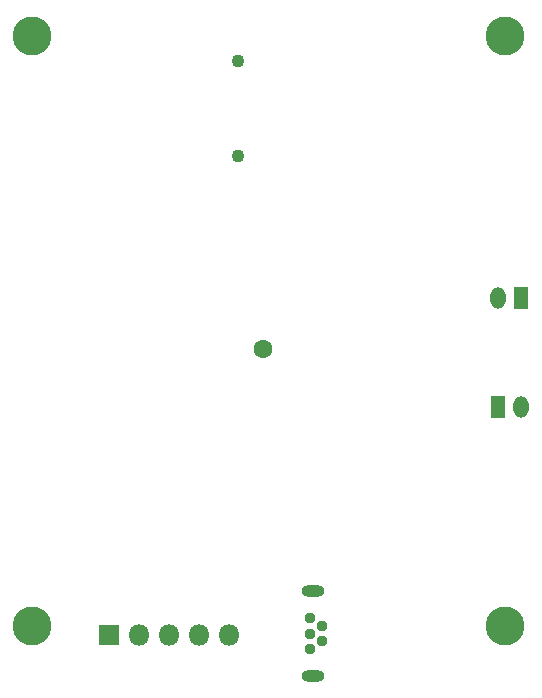
<source format=gbr>
G04 #@! TF.GenerationSoftware,KiCad,Pcbnew,5.0.0+dfsg1-2*
G04 #@! TF.CreationDate,2018-10-30T23:18:40+03:00*
G04 #@! TF.ProjectId,SD_Track,53445F547261636B2E6B696361645F70,2*
G04 #@! TF.SameCoordinates,PX68e7780PY3938700*
G04 #@! TF.FileFunction,Soldermask,Bot*
G04 #@! TF.FilePolarity,Negative*
%FSLAX46Y46*%
G04 Gerber Fmt 4.6, Leading zero omitted, Abs format (unit mm)*
G04 Created by KiCad (PCBNEW 5.0.0+dfsg1-2) date Tue Oct 30 23:18:40 2018*
%MOMM*%
%LPD*%
G01*
G04 APERTURE LIST*
%ADD10C,3.300000*%
%ADD11R,1.300000X1.850000*%
%ADD12O,1.300000X1.850000*%
%ADD13R,1.800000X1.800000*%
%ADD14O,1.800000X1.800000*%
%ADD15C,0.940000*%
%ADD16O,1.950000X0.950000*%
%ADD17C,1.100000*%
%ADD18C,1.600000*%
G04 APERTURE END LIST*
D10*
G04 #@! TO.C,*
X45000000Y-57000000D03*
G04 #@! TD*
G04 #@! TO.C,*
X45000000Y-7000000D03*
G04 #@! TD*
G04 #@! TO.C,*
X5000000Y-7000000D03*
G04 #@! TD*
D11*
G04 #@! TO.C,BT1*
X44400000Y-38400000D03*
D12*
X46400000Y-38400000D03*
G04 #@! TD*
D13*
G04 #@! TO.C,CON1*
X11520000Y-57700000D03*
D14*
X14060000Y-57700000D03*
X16600000Y-57700000D03*
X19140000Y-57700000D03*
X21680000Y-57700000D03*
G04 #@! TD*
D15*
G04 #@! TO.C,J1*
X28500000Y-58900000D03*
X29500000Y-58250000D03*
X28500000Y-57600000D03*
X29500000Y-56950000D03*
X28500000Y-56300000D03*
D16*
X28720000Y-61175000D03*
X28720000Y-54025000D03*
G04 #@! TD*
D17*
G04 #@! TO.C,J2*
X22400000Y-9150000D03*
X22400000Y-17130000D03*
G04 #@! TD*
D12*
G04 #@! TO.C,SW1*
X44400000Y-29200000D03*
D11*
X46400000Y-29200000D03*
G04 #@! TD*
D10*
G04 #@! TO.C,*
X5000000Y-57000000D03*
G04 #@! TD*
D18*
G04 #@! TO.C,AE1*
X24500000Y-33500000D03*
G04 #@! TD*
M02*

</source>
